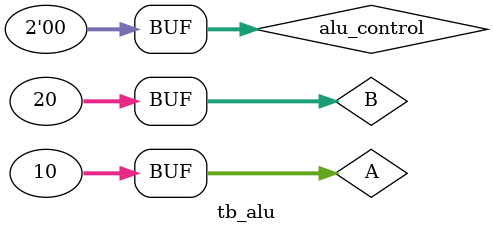
<source format=sv>

module tb_alu();
   parameter dw = 32;
   logic [dw-1:0] A;
   logic [dw-1:0] B;
   logic [1:0] alu_control;
   logic [dw-1:0] y;

   alu # (.DW(dw))
   my_alu_dut(.A(A), .B(B), .alu_control(alu_control), .y(y));

   initial begin
      A = 0;
      B = 5;
      alu_control = 2'b00;
      #5; alu_control = 2'b01;
      #5; alu_control = 2'b10;
      #5; alu_control = 2'b11;
      #5; alu_control = 2'b00;
      #5; A = 10; B = 20;
      #5; alu_control = 2'b01;
      #5; alu_control = 2'b10;
      #5; alu_control = 2'b11;
      #5; alu_control = 2'b00;
   
   end

   initial begin
      $dumpfile("dump.vcd");
      $dumpvars;
   end

   initial begin
      $monitor("A = %d,    B = %d    alu_control = %d    y = %d", A, B, alu_control, y);
   end
endmodule



</source>
